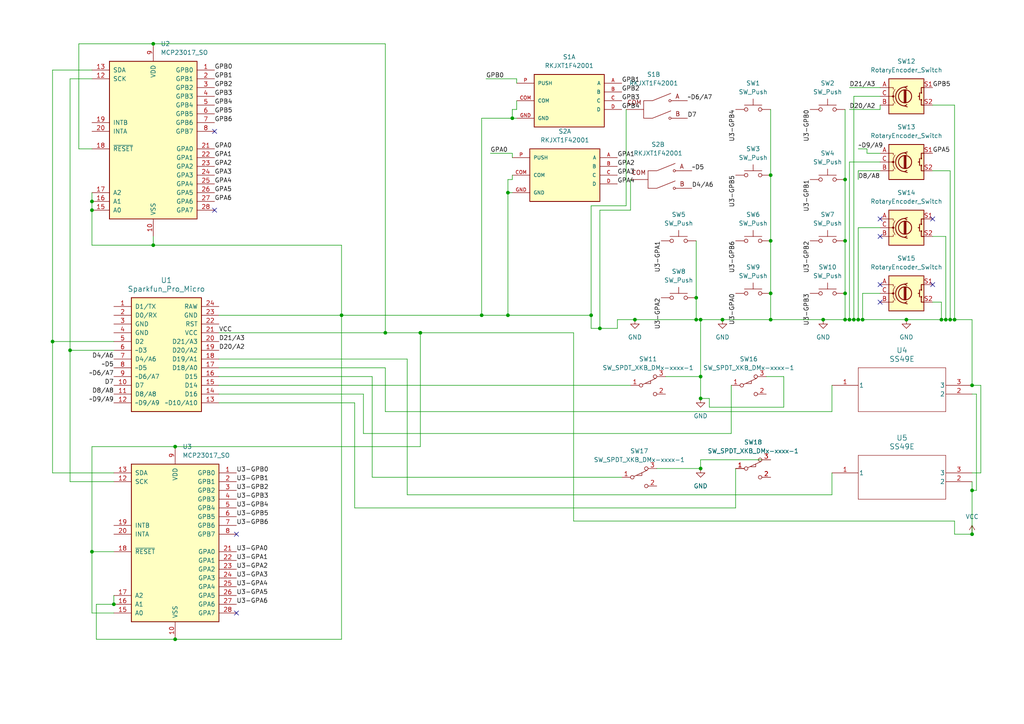
<source format=kicad_sch>
(kicad_sch (version 20250114) (generator "eeschema") (generator_version "9.0")
  (paper "A4")
  (lib_symbols
    (symbol "Arduino:Sparkfun_Pro_Micro" (pin_names (offset 1.016))
      (property "Reference" "U" (at -8.89 21.59 0))
      (property "Value" "Sparkfun_Pro_Micro" (at 0 19.05 0))
      (symbol "Sparkfun_Pro_Micro_0_1"
        (rectangle (start -10.16 17.78) (end 10.16 -15.24) (stroke (width 0.254)) (fill (type background)))
      )
      (symbol "Sparkfun_Pro_Micro_1_1"
        (pin bidirectional line (at -15.24 15.24 0) (length 5.08) (name "D1/TX") (number "1"))
        (pin bidirectional line (at -15.24 12.7 0) (length 5.08) (name "D0/RX") (number "2"))
        (pin power_in line (at -15.24 10.16 0) (length 5.08) (name "GND") (number "3"))
        (pin power_in line (at -15.24 7.62 0) (length 5.08) (name "GND") (number "4"))
        (pin bidirectional line (at -15.24 5.08 0) (length 5.08) (name "D2") (number "5"))
        (pin bidirectional line (at -15.24 2.54 0) (length 5.08) (name "~D3") (number "6"))
        (pin bidirectional line (at -15.24 0 0) (length 5.08) (name "D4/A6") (number "7"))
        (pin bidirectional line (at -15.24 -2.54 0) (length 5.08) (name "~D5") (number "8"))
        (pin bidirectional line (at -15.24 -5.08 0) (length 5.08) (name "~D6/A7") (number "9"))
        (pin bidirectional line (at -15.24 -7.62 0) (length 5.08) (name "D7") (number "10"))
        (pin bidirectional line (at -15.24 -10.16 0) (length 5.08) (name "D8/A8") (number "11"))
        (pin bidirectional line (at -15.24 -12.7 0) (length 5.08) (name "~D9/A9") (number "12"))
        (pin power_in line (at 15.24 15.24 180) (length 5.08) (name "RAW") (number "24"))
        (pin power_in line (at 15.24 12.7 180) (length 5.08) (name "GND") (number "23"))
        (pin input line (at 15.24 10.16 180) (length 5.08) (name "RST") (number "22"))
        (pin power_in line (at 15.24 7.62 180) (length 5.08) (name "VCC") (number "21"))
        (pin bidirectional line (at 15.24 5.08 180) (length 5.08) (name "D21/A3") (number "20"))
        (pin bidirectional line (at 15.24 2.54 180) (length 5.08) (name "D20/A2") (number "19"))
        (pin bidirectional line (at 15.24 0 180) (length 5.08) (name "D19/A1") (number "18"))
        (pin bidirectional line (at 15.24 -2.54 180) (length 5.08) (name "D18/A0") (number "17"))
        (pin bidirectional line (at 15.24 -5.08 180) (length 5.08) (name "D15") (number "16"))
        (pin bidirectional line (at 15.24 -7.62 180) (length 5.08) (name "D14") (number "15"))
        (pin bidirectional line (at 15.24 -10.16 180) (length 5.08) (name "D16") (number "14"))
        (pin bidirectional line (at 15.24 -12.7 180) (length 5.08) (name "~D10/A10") (number "13"))
      )
    )
    (symbol "Device:RotaryEncoder_Switch" (pin_names (offset 0.254) (hide yes))
      (property "Reference" "SW" (at 0 6.604 0))
      (property "Value" "RotaryEncoder_Switch" (at 0 -6.604 0))
      (symbol "RotaryEncoder_Switch_0_1"
        (rectangle (start -5.08 5.08) (end 5.08 -5.08) (stroke (width 0.254)) (fill (type background)))
        (polyline (pts (xy -5.08 2.54) (xy -3.81 2.54) (xy -3.81 2.032)))
        (polyline (pts (xy -5.08 0) (xy -3.81 0) (xy -3.81 -1.016) (xy -3.302 -2.032)))
        (polyline (pts (xy -5.08 -2.54) (xy -3.81 -2.54) (xy -3.81 -2.032)))
        (polyline (pts (xy -4.318 0) (xy -3.81 0) (xy -3.81 1.016) (xy -3.302 2.032)))
        (circle (center -3.81 0) (radius 0.254) (fill (type outline)))
        (polyline (pts (xy -0.635 -1.778) (xy -0.635 1.778)) (stroke (width 0.254)))
        (circle (center -0.381 0) (radius 1.905) (stroke (width 0.254)))
        (polyline (pts (xy -0.381 -1.778) (xy -0.381 1.778)) (stroke (width 0.254)))
        (arc (start -0.381 -2.794) (mid -3.0988 -0.0635) (end -0.381 2.667) (stroke (width 0.254)))
        (polyline (pts (xy -0.127 1.778) (xy -0.127 -1.778)) (stroke (width 0.254)))
        (polyline (pts (xy 0.254 2.921) (xy -0.508 2.667) (xy 0.127 2.286)) (stroke (width 0.254)))
        (polyline (pts (xy 0.254 -3.048) (xy -0.508 -2.794) (xy 0.127 -2.413)) (stroke (width 0.254)))
        (polyline (pts (xy 3.81 1.016) (xy 3.81 -1.016)) (stroke (width 0.254)))
        (polyline (pts (xy 3.81 0) (xy 3.429 0)) (stroke (width 0.254)))
        (circle (center 4.318 1.016) (radius 0.127) (stroke (width 0.254)))
        (circle (center 4.318 -1.016) (radius 0.127) (stroke (width 0.254)))
        (polyline (pts (xy 5.08 2.54) (xy 4.318 2.54) (xy 4.318 1.016)) (stroke (width 0.254)))
        (polyline (pts (xy 5.08 -2.54) (xy 4.318 -2.54) (xy 4.318 -1.016)) (stroke (width 0.254)))
      )
      (symbol "RotaryEncoder_Switch_1_1"
        (pin passive line (at -7.62 2.54 0) (length 2.54) (name "A") (number "A"))
        (pin passive line (at -7.62 0 0) (length 2.54) (name "C") (number "C"))
        (pin passive line (at -7.62 -2.54 0) (length 2.54) (name "B") (number "B"))
        (pin passive line (at 7.62 2.54 180) (length 2.54) (name "S1") (number "S1"))
        (pin passive line (at 7.62 -2.54 180) (length 2.54) (name "S2") (number "S2"))
      )
    )
    (symbol "Interface_Expansion:MCP23017_SO" (pin_names (offset 1.016))
      (property "Reference" "U" (at -11.43 24.13 0))
      (property "Value" "MCP23017_SO" (at 0 0 0))
      (symbol "MCP23017_SO_0_1"
        (rectangle (start -12.7 22.86) (end 12.7 -22.86) (stroke (width 0.254)) (fill (type background)))
      )
      (symbol "MCP23017_SO_1_1"
        (pin bidirectional line (at -17.78 20.32 0) (length 5.08) (name "SDA") (number "13"))
        (pin input line (at -17.78 17.78 0) (length 5.08) (name "SCK") (number "12"))
        (pin tri_state line (at -17.78 5.08 0) (length 5.08) (name "INTB") (number "19"))
        (pin tri_state line (at -17.78 2.54 0) (length 5.08) (name "INTA") (number "20"))
        (pin input line (at -17.78 -2.54 0) (length 5.08) (name "~{RESET}") (number "18"))
        (pin input line (at -17.78 -15.24 0) (length 5.08) (name "A2") (number "17"))
        (pin input line (at -17.78 -17.78 0) (length 5.08) (name "A1") (number "16"))
        (pin input line (at -17.78 -20.32 0) (length 5.08) (name "A0") (number "15"))
        (pin no_connect line (at -12.7 15.24 0) (length 5.08) (hide yes) (name "NC") (number "11"))
        (pin no_connect line (at -12.7 12.7 0) (length 5.08) (hide yes) (name "NC") (number "14"))
        (pin power_in line (at 0 27.94 270) (length 5.08) (name "VDD") (number "9"))
        (pin power_in line (at 0 -27.94 90) (length 5.08) (name "VSS") (number "10"))
        (pin bidirectional line (at 17.78 20.32 180) (length 5.08) (name "GPB0") (number "1"))
        (pin bidirectional line (at 17.78 17.78 180) (length 5.08) (name "GPB1") (number "2"))
        (pin bidirectional line (at 17.78 15.24 180) (length 5.08) (name "GPB2") (number "3"))
        (pin bidirectional line (at 17.78 12.7 180) (length 5.08) (name "GPB3") (number "4"))
        (pin bidirectional line (at 17.78 10.16 180) (length 5.08) (name "GPB4") (number "5"))
        (pin bidirectional line (at 17.78 7.62 180) (length 5.08) (name "GPB5") (number "6"))
        (pin bidirectional line (at 17.78 5.08 180) (length 5.08) (name "GPB6") (number "7"))
        (pin output line (at 17.78 2.54 180) (length 5.08) (name "GPB7") (number "8"))
        (pin bidirectional line (at 17.78 -2.54 180) (length 5.08) (name "GPA0") (number "21"))
        (pin bidirectional line (at 17.78 -5.08 180) (length 5.08) (name "GPA1") (number "22"))
        (pin bidirectional line (at 17.78 -7.62 180) (length 5.08) (name "GPA2") (number "23"))
        (pin bidirectional line (at 17.78 -10.16 180) (length 5.08) (name "GPA3") (number "24"))
        (pin bidirectional line (at 17.78 -12.7 180) (length 5.08) (name "GPA4") (number "25"))
        (pin bidirectional line (at 17.78 -15.24 180) (length 5.08) (name "GPA5") (number "26"))
        (pin bidirectional line (at 17.78 -17.78 180) (length 5.08) (name "GPA6") (number "27"))
        (pin output line (at 17.78 -20.32 180) (length 5.08) (name "GPA7") (number "28"))
      )
    )
    (symbol "RKJXT1F42001:RKJXT1F42001" (pin_names (offset 1.016))
      (property "Reference" "S" (at -10.16 10.16 0))
      (property "Value" "RKJXT1F42001" (at -10.16 -10.16 0))
      (symbol "RKJXT1F42001_1_0"
        (rectangle (start -10.16 -7.62) (end 10.16 7.62) (stroke (width 0.254)) (fill (type background)))
        (pin passive line (at -15.24 5.08 0) (length 5.08) (name "PUSH") (number "P"))
        (pin passive line (at -15.24 0 0) (length 5.08) (name "COM") (number "COM"))
        (pin passive line (at -15.24 -5.08 0) (length 5.08) (name "GND") (number "GND"))
        (pin passive line (at 15.24 5.08 180) (length 5.08) (name "A") (number "A"))
        (pin passive line (at 15.24 2.54 180) (length 5.08) (name "B") (number "B"))
        (pin passive line (at 15.24 0 180) (length 5.08) (name "C") (number "C"))
        (pin passive line (at 15.24 -2.54 180) (length 5.08) (name "D") (number "D"))
      )
      (symbol "RKJXT1F42001_2_0"
        (polyline (pts (xy -5.08 2.54) (xy -5.08 -2.54)) (stroke (width 0.1524)))
        (polyline (pts (xy -2.54 2.54) (xy -5.08 2.54)) (stroke (width 0.1524)))
        (polyline (pts (xy -2.54 2.54) (xy 2.794 4.6736)) (stroke (width 0.1524)))
        (polyline (pts (xy -2.54 -2.54) (xy -5.08 -2.54)) (stroke (width 0.1524)))
        (polyline (pts (xy -2.54 -2.54) (xy 2.794 -0.4064)) (stroke (width 0.1524)))
        (circle (center 2.54 2.54) (radius 0.3302) (stroke (width 0.1524)))
        (circle (center 2.54 -2.54) (radius 0.3302) (stroke (width 0.1524)))
        (polyline (pts (xy 5.08 2.54) (xy 2.921 2.54)) (stroke (width 0.1524)))
        (polyline (pts (xy 5.08 -2.54) (xy 2.921 -2.54)) (stroke (width 0.1524)))
        (text "COM" (at -9.906 1.27 0) (effects (font (size 1.27 1.27)) (justify left bottom)))
        (text "A" (at 4.064 3.048 0) (effects (font (size 1.27 1.27)) (justify left bottom)))
        (text "B" (at 4.064 -2.032 0) (effects (font (size 1.27 1.27)) (justify left bottom)))
        (pin passive line (at -10.16 0 0) (length 5.08) (name "~") (number "EN_COM"))
        (pin passive line (at 7.62 2.54 180) (length 2.54) (name "~") (number "EN_A"))
        (pin passive line (at 7.62 -2.54 180) (length 2.54) (name "~") (number "EN_B"))
      )
    )
    (symbol "RKJXT1F42001_1" (pin_numbers (hide yes)) (pin_names (offset 1.016) (hide yes))
      (property "Reference" "S" (at -10.16 10.16 0))
      (property "Value" "RKJXT1F42001" (at -10.16 -10.16 0))
      (symbol "RKJXT1F42001_1_1_0"
        (rectangle (start -10.16 -7.62) (end 10.16 7.62) (stroke (width 0.254)) (fill (type background)))
        (pin passive line (at -15.24 5.08 0) (length 5.08) (name "PUSH") (number "P"))
        (pin passive line (at -15.24 0 0) (length 5.08) (name "COM") (number "COM"))
        (pin passive line (at -15.24 -5.08 0) (length 5.08) (name "GND") (number "GND"))
        (pin passive line (at 15.24 5.08 180) (length 5.08) (name "A") (number "A"))
        (pin passive line (at 15.24 2.54 180) (length 5.08) (name "B") (number "B"))
        (pin passive line (at 15.24 0 180) (length 5.08) (name "C") (number "C"))
        (pin passive line (at 15.24 -2.54 180) (length 5.08) (name "D") (number "D"))
      )
      (symbol "RKJXT1F42001_1_2_0"
        (polyline (pts (xy -5.08 2.54) (xy -5.08 -2.54)) (stroke (width 0.1524)))
        (polyline (pts (xy -2.54 2.54) (xy -5.08 2.54)) (stroke (width 0.1524)))
        (polyline (pts (xy -2.54 2.54) (xy 2.794 4.6736)) (stroke (width 0.1524)))
        (polyline (pts (xy -2.54 -2.54) (xy -5.08 -2.54)) (stroke (width 0.1524)))
        (polyline (pts (xy -2.54 -2.54) (xy 2.794 -0.4064)) (stroke (width 0.1524)))
        (circle (center 2.54 2.54) (radius 0.3302) (stroke (width 0.1524)))
        (circle (center 2.54 -2.54) (radius 0.3302) (stroke (width 0.1524)))
        (polyline (pts (xy 5.08 2.54) (xy 2.921 2.54)) (stroke (width 0.1524)))
        (polyline (pts (xy 5.08 -2.54) (xy 2.921 -2.54)) (stroke (width 0.1524)))
        (text "COM" (at -9.906 1.27 0) (effects (font (size 1.27 1.27)) (justify left bottom)))
        (text "A" (at 4.064 3.048 0) (effects (font (size 1.27 1.27)) (justify left bottom)))
        (text "B" (at 4.064 -2.032 0) (effects (font (size 1.27 1.27)) (justify left bottom)))
        (pin passive line (at -10.16 0 0) (length 5.08) (name "~") (number "EN_COM"))
        (pin passive line (at 7.62 2.54 180) (length 2.54) (name "~") (number "EN_A"))
        (pin passive line (at 7.62 -2.54 180) (length 2.54) (name "~") (number "EN_B"))
      )
    )
    (symbol "RKJXT1F42001_2" (pin_numbers (hide yes)) (pin_names (offset 1.016) (hide yes))
      (property "Reference" "S" (at -10.16 10.16 0))
      (property "Value" "RKJXT1F42001" (at -10.16 -10.16 0))
      (symbol "RKJXT1F42001_2_1_0"
        (rectangle (start -10.16 -7.62) (end 10.16 7.62) (stroke (width 0.254)) (fill (type background)))
        (pin passive line (at -15.24 5.08 0) (length 5.08) (name "PUSH") (number "P"))
        (pin passive line (at -15.24 0 0) (length 5.08) (name "COM") (number "COM"))
        (pin passive line (at -15.24 -5.08 0) (length 5.08) (name "GND") (number "GND"))
        (pin passive line (at 15.24 5.08 180) (length 5.08) (name "A") (number "A"))
        (pin passive line (at 15.24 2.54 180) (length 5.08) (name "B") (number "B"))
        (pin passive line (at 15.24 0 180) (length 5.08) (name "C") (number "C"))
        (pin passive line (at 15.24 -2.54 180) (length 5.08) (name "D") (number "D"))
      )
      (symbol "RKJXT1F42001_2_2_0"
        (polyline (pts (xy -5.08 2.54) (xy -5.08 -2.54)) (stroke (width 0.1524)))
        (polyline (pts (xy -2.54 2.54) (xy -5.08 2.54)) (stroke (width 0.1524)))
        (polyline (pts (xy -2.54 2.54) (xy 2.794 4.6736)) (stroke (width 0.1524)))
        (polyline (pts (xy -2.54 -2.54) (xy -5.08 -2.54)) (stroke (width 0.1524)))
        (polyline (pts (xy -2.54 -2.54) (xy 2.794 -0.4064)) (stroke (width 0.1524)))
        (circle (center 2.54 2.54) (radius 0.3302) (stroke (width 0.1524)))
        (circle (center 2.54 -2.54) (radius 0.3302) (stroke (width 0.1524)))
        (polyline (pts (xy 5.08 2.54) (xy 2.921 2.54)) (stroke (width 0.1524)))
        (polyline (pts (xy 5.08 -2.54) (xy 2.921 -2.54)) (stroke (width 0.1524)))
        (text "COM" (at -9.906 1.27 0) (effects (font (size 1.27 1.27)) (justify left bottom)))
        (text "A" (at 4.064 3.048 0) (effects (font (size 1.27 1.27)) (justify left bottom)))
        (text "B" (at 4.064 -2.032 0) (effects (font (size 1.27 1.27)) (justify left bottom)))
        (pin passive line (at -10.16 0 0) (length 5.08) (name "~") (number "EN_COM"))
        (pin passive line (at 7.62 2.54 180) (length 2.54) (name "~") (number "EN_A"))
        (pin passive line (at 7.62 -2.54 180) (length 2.54) (name "~") (number "EN_B"))
      )
    )
    (symbol "Switch:SW_Push" (pin_numbers (hide yes)) (pin_names (offset 1.016) (hide yes))
      (property "Reference" "SW" (at 1.27 2.54 0))
      (property "Value" "SW_Push" (at 0 -1.524 0))
      (symbol "SW_Push_0_1"
        (circle (center -2.032 0) (radius 0.508))
        (polyline (pts (xy 0 1.27) (xy 0 3.048)))
        (circle (center 2.032 0) (radius 0.508))
        (polyline (pts (xy 2.54 1.27) (xy -2.54 1.27)))
        (pin passive line (at -5.08 0 0) (length 2.54) (name "1") (number "1"))
        (pin passive line (at 5.08 0 180) (length 2.54) (name "2") (number "2"))
      )
    )
    (symbol "Switch:SW_SPDT_XKB_DMx-xxxx-1" (pin_names (offset 0) (hide yes))
      (property "Reference" "SW" (at 0 4.318 0))
      (property "Value" "SW_SPDT_XKB_DMx-xxxx-1" (at 0 -5.588 0))
      (symbol "SW_SPDT_XKB_DMx-xxxx-1_1_1"
        (circle (center -2.032 0) (radius 0.508))
        (polyline (pts (xy -1.524 0.254) (xy 2.286 2.032)))
        (polyline (pts (xy -0.762 0.508) (xy 0.762 0.508) (xy 0.762 1.27)))
        (circle (center 2.032 2.54) (radius 0.508))
        (circle (center 2.032 -2.54) (radius 0.508))
        (pin passive line (at -5.08 0 0) (length 2.54) (name "A") (number "1"))
        (pin passive line (at 5.08 2.54 180) (length 2.54) (name "C") (number "3"))
        (pin passive line (at 5.08 -2.54 180) (length 2.54) (name "B") (number "2"))
      )
    )
    (symbol "power:GND" (power) (pin_numbers (hide yes)) (pin_names (offset 0) (hide yes))
      (property "Value" "GND" (at 0 -3.81 0))
      (symbol "GND_0_1"
        (polyline (pts (xy 0 0) (xy 0 -1.27) (xy 1.27 -1.27) (xy 0 -2.54) (xy -1.27 -1.27) (xy 0 -1.27)))
      )
      (symbol "GND_1_1"
        (pin power_in line (at 0 0 270) (length 0) (name "~") (number "1"))
      )
    )
    (symbol "power:VCC" (power) (pin_numbers (hide yes)) (pin_names (offset 0) (hide yes))
      (property "Value" "VCC" (at 0 3.556 0))
      (symbol "VCC_0_1"
        (polyline (pts (xy -0.762 1.27) (xy 0 2.54)))
        (polyline (pts (xy 0 2.54) (xy 0.762 1.27)))
        (polyline (pts (xy 0 0) (xy 0 2.54)))
      )
      (symbol "VCC_1_1"
        (pin power_in line (at 0 0 90) (length 0) (name "~") (number "1"))
      )
    )
    (symbol "ss49e:SS49E" (pin_names (offset 0.254))
      (property "Reference" "U" (at 20.32 10.16 0))
      (property "Value" "SS49E" (at 20.32 7.62 0))
      (symbol "SS49E_0_1"
        (polyline (pts (xy 7.62 5.08) (xy 7.62 -7.62)) (stroke (width 0.127)))
        (polyline (pts (xy 7.62 -7.62) (xy 33.02 -7.62)) (stroke (width 0.127)))
        (polyline (pts (xy 33.02 5.08) (xy 7.62 5.08)) (stroke (width 0.127)))
        (polyline (pts (xy 33.02 -7.62) (xy 33.02 5.08)) (stroke (width 0.127)))
        (pin unspecified line (at 0 0 0) (length 7.62) (name "1") (number "1"))
        (pin unspecified line (at 40.64 0 180) (length 7.62) (name "3") (number "3"))
        (pin unspecified line (at 40.64 -2.54 180) (length 7.62) (name "2") (number "2"))
      )
    )
  )
  (junction (at 26.67 160.02))
  (junction (at 33.02 175.26))
  (junction (at 245.11 52.07))
  (junction (at 223.52 69.85))
  (junction (at 262.89 92.71))
  (junction (at 247.65 92.71))
  (junction (at 50.8 129.54))
  (junction (at 26.67 58.42))
  (junction (at 273.05 92.71))
  (junction (at 275.59 92.71))
  (junction (at 245.11 92.71))
  (junction (at 111.76 96.52))
  (junction (at 201.93 86.36))
  (junction (at 274.32 92.71))
  (junction (at 281.94 111.76))
  (junction (at 223.52 85.09))
  (junction (at 223.52 92.71))
  (junction (at 148.59 34.29))
  (junction (at 20.32 101.6))
  (junction (at 201.93 92.71))
  (junction (at 246.38 92.71))
  (junction (at 26.67 60.96))
  (junction (at 184.15 92.71))
  (junction (at 203.2 92.71))
  (junction (at 245.11 85.09))
  (junction (at 281.94 142.24))
  (junction (at 44.45 12.7))
  (junction (at 121.92 96.52))
  (junction (at 281.94 154.94))
  (junction (at 245.11 69.85))
  (junction (at 173.99 95.25))
  (junction (at 223.52 50.8))
  (junction (at 139.7 91.44))
  (junction (at 203.2 135.89))
  (junction (at 15.24 99.06))
  (junction (at 99.06 91.44))
  (junction (at 50.8 185.42))
  (junction (at 209.55 92.71))
  (junction (at 171.45 91.44))
  (junction (at 203.2 115.57))
  (junction (at 44.45 71.12))
  (junction (at 250.19 92.71))
  (junction (at 147.32 91.44))
  (junction (at 238.76 92.71))
  (junction (at 203.2 109.22))
  (junction (at 147.32 55.88))
  (junction (at 276.86 92.71))
  (junction (at 248.92 92.71))
  (no_connect (at 62.23 38.1))
  (no_connect (at 68.58 154.94))
  (no_connect (at 255.27 82.55))
  (no_connect (at 270.51 63.5))
  (no_connect (at 255.27 68.58))
  (no_connect (at 68.58 177.8))
  (no_connect (at 255.27 63.5))
  (no_connect (at 62.23 60.96))
  (no_connect (at 270.51 82.55))
  (no_connect (at 255.27 87.63))
  (wire (pts (xy 26.67 160.02) (xy 26.67 177.8)))
  (wire (pts (xy 166.37 96.52) (xy 166.37 151.13)))
  (wire (pts (xy 270.51 68.58) (xy 274.32 68.58)))
  (wire (pts (xy 245.11 92.71) (xy 246.38 92.71)))
  (wire (pts (xy 222.25 109.22) (xy 227.33 109.22)))
  (wire (pts (xy 118.11 104.14) (xy 63.5 104.14)))
  (wire (pts (xy 248.92 52.07) (xy 248.92 49.53)))
  (wire (pts (xy 182.88 60.96) (xy 173.99 60.96)))
  (wire (pts (xy 26.67 58.42) (xy 26.67 60.96)))
  (wire (pts (xy 250.19 92.71) (xy 262.89 92.71)))
  (wire (pts (xy 179.07 92.71) (xy 184.15 92.71)))
  (wire (pts (xy 205.74 118.11) (xy 205.74 115.57)))
  (wire (pts (xy 147.32 91.44) (xy 171.45 91.44)))
  (wire (pts (xy 223.52 133.35) (xy 203.2 133.35)))
  (wire (pts (xy 223.52 50.8) (xy 223.52 69.85)))
  (wire (pts (xy 44.45 12.7) (xy 22.86 12.7)))
  (wire (pts (xy 148.59 52.07) (xy 147.32 52.07)))
  (wire (pts (xy 44.45 71.12) (xy 99.06 71.12)))
  (wire (pts (xy 251.46 43.18) (xy 251.46 44.45)))
  (wire (pts (xy 241.3 119.38) (xy 111.76 119.38)))
  (wire (pts (xy 212.09 125.73) (xy 105.41 125.73)))
  (wire (pts (xy 274.32 92.71) (xy 275.59 92.71)))
  (wire (pts (xy 209.55 92.71) (xy 223.52 92.71)))
  (wire (pts (xy 223.52 92.71) (xy 238.76 92.71)))
  (wire (pts (xy 107.95 138.43) (xy 107.95 109.22)))
  (wire (pts (xy 201.93 69.85) (xy 201.93 86.36)))
  (wire (pts (xy 99.06 71.12) (xy 99.06 91.44)))
  (wire (pts (xy 190.5 135.89) (xy 203.2 135.89)))
  (wire (pts (xy 26.67 60.96) (xy 26.67 71.12)))
  (wire (pts (xy 27.94 185.42) (xy 50.8 185.42)))
  (wire (pts (xy 248.92 49.53) (xy 255.27 49.53)))
  (wire (pts (xy 107.95 109.22) (xy 63.5 109.22)))
  (wire (pts (xy 26.67 129.54) (xy 26.67 160.02)))
  (wire (pts (xy 148.59 50.8) (xy 148.59 52.07)))
  (wire (pts (xy 246.38 46.99) (xy 246.38 92.71)))
  (wire (pts (xy 238.76 92.71) (xy 245.11 92.71)))
  (wire (pts (xy 33.02 175.26) (xy 33.02 172.72)))
  (wire (pts (xy 50.8 129.54) (xy 26.67 129.54)))
  (wire (pts (xy 149.86 34.29) (xy 148.59 34.29)))
  (wire (pts (xy 121.92 96.52) (xy 166.37 96.52)))
  (wire (pts (xy 44.45 12.7) (xy 111.76 12.7)))
  (wire (pts (xy 281.94 142.24) (xy 281.94 154.94)))
  (wire (pts (xy 276.86 154.94) (xy 281.94 154.94)))
  (wire (pts (xy 181.61 59.69) (xy 171.45 59.69)))
  (wire (pts (xy 241.3 137.16) (xy 241.3 143.51)))
  (wire (pts (xy 63.5 116.84) (xy 102.87 116.84)))
  (wire (pts (xy 246.38 31.75) (xy 255.27 31.75)))
  (wire (pts (xy 147.32 52.07) (xy 147.32 55.88)))
  (wire (pts (xy 111.76 12.7) (xy 111.76 96.52)))
  (wire (pts (xy 203.2 109.22) (xy 203.2 92.71)))
  (wire (pts (xy 262.89 92.71) (xy 273.05 92.71)))
  (wire (pts (xy 213.36 135.89) (xy 213.36 147.32)))
  (wire (pts (xy 281.94 114.3) (xy 283.21 114.3)))
  (wire (pts (xy 26.67 160.02) (xy 33.02 160.02)))
  (wire (pts (xy 276.86 30.48) (xy 276.86 92.71)))
  (wire (pts (xy 201.93 92.71) (xy 203.2 92.71)))
  (wire (pts (xy 22.86 43.18) (xy 26.67 43.18)))
  (wire (pts (xy 102.87 147.32) (xy 213.36 147.32)))
  (wire (pts (xy 223.52 69.85) (xy 223.52 85.09)))
  (wire (pts (xy 247.65 27.94) (xy 247.65 92.71)))
  (wire (pts (xy 33.02 139.7) (xy 20.32 139.7)))
  (wire (pts (xy 148.59 31.75) (xy 148.59 34.29)))
  (wire (pts (xy 180.34 138.43) (xy 107.95 138.43)))
  (wire (pts (xy 20.32 101.6) (xy 20.32 139.7)))
  (wire (pts (xy 121.92 96.52) (xy 121.92 129.54)))
  (wire (pts (xy 148.59 44.45) (xy 148.59 45.72)))
  (wire (pts (xy 227.33 118.11) (xy 205.74 118.11)))
  (wire (pts (xy 33.02 101.6) (xy 20.32 101.6)))
  (wire (pts (xy 203.2 133.35) (xy 203.2 135.89)))
  (wire (pts (xy 255.27 66.04) (xy 248.92 66.04)))
  (wire (pts (xy 276.86 92.71) (xy 281.94 92.71)))
  (wire (pts (xy 270.51 87.63) (xy 273.05 87.63)))
  (wire (pts (xy 166.37 151.13) (xy 276.86 151.13)))
  (wire (pts (xy 63.5 111.76) (xy 182.88 111.76)))
  (wire (pts (xy 181.61 31.75) (xy 181.61 59.69)))
  (wire (pts (xy 26.67 71.12) (xy 44.45 71.12)))
  (wire (pts (xy 22.86 12.7) (xy 22.86 43.18)))
  (wire (pts (xy 50.8 129.54) (xy 121.92 129.54)))
  (wire (pts (xy 255.27 31.75) (xy 255.27 30.48)))
  (wire (pts (xy 173.99 60.96) (xy 173.99 95.25)))
  (wire (pts (xy 139.7 91.44) (xy 147.32 91.44)))
  (wire (pts (xy 275.59 49.53) (xy 275.59 92.71)))
  (wire (pts (xy 50.8 185.42) (xy 99.06 185.42)))
  (wire (pts (xy 149.86 31.75) (xy 148.59 31.75)))
  (wire (pts (xy 15.24 99.06) (xy 33.02 99.06)))
  (wire (pts (xy 274.32 68.58) (xy 274.32 92.71)))
  (wire (pts (xy 273.05 92.71) (xy 274.32 92.71)))
  (wire (pts (xy 203.2 92.71) (xy 209.55 92.71)))
  (wire (pts (xy 147.32 55.88) (xy 147.32 91.44)))
  (wire (pts (xy 227.33 109.22) (xy 227.33 118.11)))
  (wire (pts (xy 118.11 143.51) (xy 118.11 104.14)))
  (wire (pts (xy 246.38 25.4) (xy 255.27 25.4)))
  (wire (pts (xy 15.24 20.32) (xy 15.24 99.06)))
  (wire (pts (xy 283.21 142.24) (xy 281.94 142.24)))
  (wire (pts (xy 44.45 71.12) (xy 44.45 68.58)))
  (wire (pts (xy 27.94 175.26) (xy 33.02 175.26)))
  (wire (pts (xy 223.52 85.09) (xy 223.52 92.71)))
  (wire (pts (xy 148.59 55.88) (xy 147.32 55.88)))
  (wire (pts (xy 270.51 49.53) (xy 275.59 49.53)))
  (wire (pts (xy 182.88 52.07) (xy 182.88 60.96)))
  (wire (pts (xy 245.11 69.85) (xy 245.11 85.09)))
  (wire (pts (xy 223.52 31.75) (xy 223.52 50.8)))
  (wire (pts (xy 245.11 52.07) (xy 245.11 69.85)))
  (wire (pts (xy 248.92 43.18) (xy 251.46 43.18)))
  (wire (pts (xy 171.45 95.25) (xy 173.99 95.25)))
  (wire (pts (xy 26.67 55.88) (xy 26.67 58.42)))
  (wire (pts (xy 205.74 115.57) (xy 203.2 115.57)))
  (wire (pts (xy 111.76 119.38) (xy 111.76 106.68)))
  (wire (pts (xy 111.76 106.68) (xy 63.5 106.68)))
  (wire (pts (xy 148.59 34.29) (xy 139.7 34.29)))
  (wire (pts (xy 139.7 34.29) (xy 139.7 91.44)))
  (wire (pts (xy 212.09 111.76) (xy 212.09 125.73)))
  (wire (pts (xy 63.5 114.3) (xy 105.41 114.3)))
  (wire (pts (xy 149.86 22.86) (xy 149.86 24.13)))
  (wire (pts (xy 275.59 92.71) (xy 276.86 92.71)))
  (wire (pts (xy 63.5 96.52) (xy 111.76 96.52)))
  (wire (pts (xy 281.94 139.7) (xy 281.94 142.24)))
  (wire (pts (xy 184.15 92.71) (xy 201.93 92.71)))
  (wire (pts (xy 201.93 86.36) (xy 201.93 92.71)))
  (wire (pts (xy 15.24 99.06) (xy 15.24 137.16)))
  (wire (pts (xy 246.38 92.71) (xy 247.65 92.71)))
  (wire (pts (xy 281.94 111.76) (xy 281.94 92.71)))
  (wire (pts (xy 283.21 114.3) (xy 283.21 142.24)))
  (wire (pts (xy 27.94 175.26) (xy 27.94 185.42)))
  (wire (pts (xy 20.32 22.86) (xy 26.67 22.86)))
  (wire (pts (xy 33.02 137.16) (xy 15.24 137.16)))
  (wire (pts (xy 248.92 66.04) (xy 248.92 92.71)))
  (wire (pts (xy 173.99 95.25) (xy 179.07 95.25)))
  (wire (pts (xy 273.05 87.63) (xy 273.05 92.71)))
  (wire (pts (xy 149.86 29.21) (xy 149.86 31.75)))
  (wire (pts (xy 111.76 96.52) (xy 121.92 96.52)))
  (wire (pts (xy 241.3 111.76) (xy 241.3 119.38)))
  (wire (pts (xy 15.24 20.32) (xy 26.67 20.32)))
  (wire (pts (xy 281.94 137.16) (xy 284.48 137.16)))
  (wire (pts (xy 251.46 44.45) (xy 255.27 44.45)))
  (wire (pts (xy 250.19 85.09) (xy 250.19 92.71)))
  (wire (pts (xy 245.11 85.09) (xy 245.11 92.71)))
  (wire (pts (xy 284.48 137.16) (xy 284.48 111.76)))
  (wire (pts (xy 248.92 92.71) (xy 250.19 92.71)))
  (wire (pts (xy 20.32 101.6) (xy 20.32 22.86)))
  (wire (pts (xy 276.86 151.13) (xy 276.86 154.94)))
  (wire (pts (xy 171.45 59.69) (xy 171.45 91.44)))
  (wire (pts (xy 255.27 27.94) (xy 247.65 27.94)))
  (wire (pts (xy 148.59 44.45) (xy 142.24 44.45)))
  (wire (pts (xy 193.04 109.22) (xy 203.2 109.22)))
  (wire (pts (xy 255.27 46.99) (xy 246.38 46.99)))
  (wire (pts (xy 245.11 31.75) (xy 245.11 52.07)))
  (wire (pts (xy 105.41 125.73) (xy 105.41 114.3)))
  (wire (pts (xy 140.97 22.86) (xy 149.86 22.86)))
  (wire (pts (xy 247.65 92.71) (xy 248.92 92.71)))
  (wire (pts (xy 250.19 85.09) (xy 255.27 85.09)))
  (wire (pts (xy 33.02 177.8) (xy 26.67 177.8)))
  (wire (pts (xy 241.3 143.51) (xy 118.11 143.51)))
  (wire (pts (xy 63.5 91.44) (xy 99.06 91.44)))
  (wire (pts (xy 99.06 91.44) (xy 99.06 185.42)))
  (wire (pts (xy 171.45 91.44) (xy 171.45 95.25)))
  (wire (pts (xy 99.06 91.44) (xy 139.7 91.44)))
  (wire (pts (xy 102.87 147.32) (xy 102.87 116.84)))
  (wire (pts (xy 203.2 115.57) (xy 203.2 109.22)))
  (wire (pts (xy 284.48 111.76) (xy 281.94 111.76)))
  (wire (pts (xy 179.07 95.25) (xy 179.07 92.71)))
  (wire (pts (xy 270.51 30.48) (xy 276.86 30.48)))
  (label "GPA3" (at 179.07 50.8 0))
  (label "GPA1" (at 179.07 45.72 0))
  (label "U3-GPB5" (at 68.58 149.86 0))
  (label "D4{slash}A6" (at 200.66 54.61 0))
  (label "GPB2" (at 62.23 25.4 0))
  (label "U3-GPB3" (at 234.95 85.09 270))
  (label "GPB0" (at 62.23 20.32 0))
  (label "U3-GPA3" (at 68.58 167.64 0))
  (label "U3-GPA1" (at 68.58 162.56 0))
  (label "U3-GPA1" (at 191.77 69.85 270))
  (label "GPA5" (at 62.23 55.88 0))
  (label "GPB5" (at 270.51 25.4 0))
  (label "~D6/A7" (at 33.02 109.22 180))
  (label "GPB3" (at 180.34 29.21 0))
  (label "D8{slash}A8" (at 248.92 52.07 0))
  (label "GPB0" (at 140.97 22.86 0))
  (label "GPA6" (at 62.23 58.42 0))
  (label "D4/A6" (at 33.02 104.14 180))
  (label "U3-GPA6" (at 68.58 175.26 0))
  (label "~D9{slash}A9" (at 33.02 116.84 180))
  (label "D20/A2" (at 63.5 101.6 0))
  (label "U3-GPA0" (at 213.36 85.09 270))
  (label "GPA5" (at 270.51 44.45 0))
  (label "~D5" (at 200.66 49.53 0))
  (label "D21{slash}A3" (at 246.38 25.4 0))
  (label "GPB6" (at 62.23 35.56 0))
  (label "U3-GPB4" (at 68.58 147.32 0))
  (label "GPA1" (at 62.23 45.72 0))
  (label "U3-GPB0" (at 68.58 137.16 0))
  (label "U3-GPB2" (at 234.95 69.85 270))
  (label "U3-GPB5" (at 213.36 50.8 270))
  (label "GPA4" (at 62.23 53.34 0))
  (label "GPA3" (at 62.23 50.8 0))
  (label "GPB2" (at 180.34 26.67 0))
  (label "~D6{slash}A7" (at 199.39 29.21 0))
  (label "U3-GPA0" (at 68.58 160.02 0))
  (label "GPB4" (at 62.23 30.48 0))
  (label "D21{slash}A3" (at 63.5 99.06 0))
  (label "D7" (at 33.02 111.76 180))
  (label "GPB3" (at 62.23 27.94 0))
  (label "U3-GPA5" (at 68.58 172.72 0))
  (label "U3-GPB1" (at 234.95 52.07 270))
  (label "D20{slash}A2" (at 246.38 31.75 0))
  (label "U3-GPA4" (at 68.58 170.18 0))
  (label "VCC" (at 63.5 96.52 0))
  (label "GPA0" (at 142.24 44.45 0))
  (label "GPB1" (at 180.34 24.13 0))
  (label "U3-GPB6" (at 68.58 152.4 0))
  (label "GPB4" (at 180.34 31.75 0))
  (label "U3-GPB1" (at 68.58 139.7 0))
  (label "U3-GPA2" (at 191.77 86.36 270))
  (label "U3-GPB3" (at 68.58 144.78 0))
  (label "~D9{slash}A9" (at 248.92 43.18 0))
  (label "D7" (at 199.39 34.29 0))
  (label "U3-GPB6" (at 213.36 69.85 270))
  (label "U3-GPB4" (at 213.36 31.75 270))
  (label "D8/A8" (at 33.02 114.3 180))
  (label "~D5" (at 33.02 106.68 180))
  (label "GPB5" (at 62.23 33.02 0))
  (label "GPA2" (at 179.07 48.26 0))
  (label "GPA4" (at 179.07 53.34 0))
  (label "GPB1" (at 62.23 22.86 0))
  (label "U3-GPA2" (at 68.58 165.1 0))
  (label "GPA0" (at 62.23 43.18 0))
  (label "U3-GPB2" (at 68.58 142.24 0))
  (label "GPA2" (at 62.23 48.26 0))
  (label "U3-GPB0" (at 234.95 31.75 270))
  (symbol (lib_id "ss49e:SS49E") (at 241.3 137.16 0) (unit 1)
    (property "Reference" "U5" (at 261.62 127 0) (effects (font (size 1.524 1.524))))
    (property "Value" "SS49E" (at 261.62 129.54 0) (effects (font (size 1.524 1.524))))
    (property "Footprint" "SEN3_SS49E_HNW" (effects (hide yes)))
    (property "Datasheet" "SS49E" (effects (hide yes)))
  )
  (symbol (lib_id "Device:RotaryEncoder_Switch") (at 262.89 85.09 0) (unit 1)
    (property "Reference" "SW15" (at 262.89 74.93 0))
    (property "Value" "RotaryEncoder_Switch" (at 262.89 77.47 0))
    (property "Description" "Rotary encoder, dual channel, incremental quadrate outputs, with switch" (effects (hide yes)))
  )
  (symbol (lib_id "Switch:SW_Push") (at 218.44 85.09 0) (unit 1)
    (property "Reference" "SW9" (at 218.44 77.47 0))
    (property "Value" "SW_Push" (at 218.44 80.01 0))
    (property "Description" "Push button switch, generic, two pins" (effects (hide yes)))
  )
  (symbol (lib_id "Switch:SW_SPDT_XKB_DMx-xxxx-1") (at 185.42 138.43 0) (unit 1)
    (property "Reference" "SW17" (at 185.42 130.81 0))
    (property "Value" "SW_SPDT_XKB_DMx-xxxx-1" (at 185.42 133.35 0))
    (property "Description" "Position switch" (effects (hide yes)))
  )
  (symbol (lib_id "power:VCC") (at 281.94 154.94 0) (unit 1)
    (property "Reference" "#PWR06" (effects (hide yes)))
    (property "Value" "VCC" (at 281.94 149.86 0))
    (property "Description" "Power symbol creates a global label with name \"VCC\"" (effects (hide yes)))
  )
  (symbol (lib_id "Switch:SW_Push") (at 196.85 86.36 0) (unit 1)
    (property "Reference" "SW8" (at 196.85 78.74 0))
    (property "Value" "SW_Push" (at 196.85 81.28 0))
    (property "Description" "Push button switch, generic, two pins" (effects (hide yes)))
  )
  (symbol (lib_name "RKJXT1F42001_1") (lib_id "RKJXT1F42001:RKJXT1F42001") (at 191.77 31.75 0) (unit 2)
    (property "Reference" "S1" (at 189.5952 21.59 0))
    (property "Value" "RKJXT1F42001" (at 189.5952 24.13 0))
    (property "Footprint" "RKJXT1F42001:XDCR_RKJXT1F42001" (effects (hide yes)))
    (property "MF" "ALPS" (effects (hide yes)))
    (property "MAXIMUM_PACKAGE_HEIGHT" "17.40mm" (effects (hide yes)))
    (property "Package" "None" (effects (hide yes)))
    (property "Price" "None" (effects (hide yes)))
    (property "Check_prices" "https://www.snapeda.com/parts/RKJXT1F42001/ALPS/view-part/?ref=eda" (effects (hide yes)))
    (property "STANDARD" "Manufacturer Recommendations" (effects (hide yes)))
    (property "PARTREV" "-" (effects (hide yes)))
    (property "SnapEDA_Link" "https://www.snapeda.com/parts/RKJXT1F42001/ALPS/view-part/?ref=snap" (effects (hide yes)))
    (property "MP" "RKJXT1F42001" (effects (hide yes)))
    (property "Description_1" "Electromechanical Switch 4-Directional Stick Switch 0.01A Bulk" (effects (hide yes)))
    (property "Availability" "In Stock" (effects (hide yes)))
    (property "MANUFACTURER" "ALPS" (effects (hide yes)))
  )
  (symbol (lib_id "power:GND") (at 238.76 92.71 0) (unit 1)
    (property "Reference" "#PWR03" (effects (hide yes)))
    (property "Value" "GND" (at 238.76 97.79 0))
    (property "Description" "Power symbol creates a global label with name \"GND\" , ground" (effects (hide yes)))
  )
  (symbol (lib_id "Switch:SW_SPDT_XKB_DMx-xxxx-1") (at 187.96 111.76 0) (unit 1)
    (property "Reference" "SW11" (at 187.96 104.14 0))
    (property "Value" "SW_SPDT_XKB_DMx-xxxx-1" (at 187.96 106.68 0))
    (property "Description" "Position switch" (effects (hide yes)))
  )
  (symbol (lib_id "Interface_Expansion:MCP23017_SO") (at 50.8 157.48 0) (unit 1)
    (property "Reference" "U3" (at 52.9433 129.54 0) (effects (justify left)))
    (property "Value" "MCP23017_SO" (at 52.9433 132.08 0) (effects (justify left)))
    (property "Footprint" "Package_SO:SOIC-28W_7.5x17.9mm_P1.27mm" (effects (hide yes)))
    (property "Datasheet" "https://ww1.microchip.com/downloads/aemDocuments/documents/APID/ProductDocuments/DataSheets/MCP23017-Data-Sheet-DS20001952.pdf" (effects (hide yes)))
    (property "Description" "16-bit I/O expander, I2C, interrupts, w pull-ups, GPA/B7 output only (https://microchip.my.site.com/s/article/GPA7---GPB7-Cannot-Be-Used-as-Inputs-In-MCP23017),  SOIC-28" (effects (hide yes)))
  )
  (symbol (lib_id "Device:RotaryEncoder_Switch") (at 262.89 46.99 0) (unit 1)
    (property "Reference" "SW13" (at 262.89 36.83 0))
    (property "Value" "RotaryEncoder_Switch" (at 262.89 39.37 0))
    (property "Description" "Rotary encoder, dual channel, incremental quadrate outputs, with switch" (effects (hide yes)))
  )
  (symbol (lib_id "Interface_Expansion:MCP23017_SO") (at 44.45 40.64 0) (unit 1)
    (property "Reference" "U2" (at 46.5933 12.7 0) (effects (justify left)))
    (property "Value" "MCP23017_SO" (at 46.5933 15.24 0) (effects (justify left)))
    (property "Footprint" "Package_SO:SOIC-28W_7.5x17.9mm_P1.27mm" (effects (hide yes)))
    (property "Datasheet" "https://ww1.microchip.com/downloads/aemDocuments/documents/APID/ProductDocuments/DataSheets/MCP23017-Data-Sheet-DS20001952.pdf" (effects (hide yes)))
    (property "Description" "16-bit I/O expander, I2C, interrupts, w pull-ups, GPA/B7 output only (https://microchip.my.site.com/s/article/GPA7---GPB7-Cannot-Be-Used-as-Inputs-In-MCP23017),  SOIC-28" (effects (hide yes)))
  )
  (symbol (lib_id "Device:RotaryEncoder_Switch") (at 262.89 27.94 0) (unit 1)
    (property "Reference" "SW12" (at 262.89 17.78 0))
    (property "Value" "RotaryEncoder_Switch" (at 262.89 20.32 0))
    (property "Description" "Rotary encoder, dual channel, incremental quadrate outputs, with switch" (effects (hide yes)))
  )
  (symbol (lib_id "Switch:SW_Push") (at 240.03 52.07 0) (unit 1)
    (property "Reference" "SW4" (at 240.03 44.45 0))
    (property "Value" "SW_Push" (at 240.03 46.99 0))
    (property "Description" "Push button switch, generic, two pins" (effects (hide yes)))
  )
  (symbol (lib_id "Arduino:Sparkfun_Pro_Micro") (at 48.26 104.14 0) (unit 1)
    (property "Reference" "U1" (at 48.26 81.28 0) (effects (font (size 1.524 1.524))))
    (property "Value" "Sparkfun_Pro_Micro" (at 48.26 83.82 0) (effects (font (size 1.524 1.524))))
    (property "Footprint" "Arduino:Sparkfun_Pro_Micro" (effects (hide yes)))
    (property "Datasheet" "https://www.sparkfun.com/products/12640" (effects (hide yes)))
    (property "Description" "Sparkfun Pro Micro" (effects (hide yes)))
  )
  (symbol (lib_id "power:GND") (at 209.55 92.71 0) (unit 1)
    (property "Reference" "#PWR01" (effects (hide yes)))
    (property "Value" "GND" (at 209.55 97.79 0))
    (property "Description" "Power symbol creates a global label with name \"GND\" , ground" (effects (hide yes)))
  )
  (symbol (lib_id "ss49e:SS49E") (at 241.3 111.76 0) (unit 1)
    (property "Reference" "U4" (at 261.62 101.6 0) (effects (font (size 1.524 1.524))))
    (property "Value" "SS49E" (at 261.62 104.14 0) (effects (font (size 1.524 1.524))))
    (property "Footprint" "SEN3_SS49E_HNW" (effects (hide yes)))
    (property "Datasheet" "SS49E" (effects (hide yes)))
  )
  (symbol (lib_id "Switch:SW_Push") (at 218.44 31.75 0) (unit 1)
    (property "Reference" "SW1" (at 218.44 24.13 0))
    (property "Value" "SW_Push" (at 218.44 26.67 0))
    (property "Description" "Push button switch, generic, two pins" (effects (hide yes)))
  )
  (symbol (lib_id "power:GND") (at 203.2 135.89 0) (unit 1)
    (property "Reference" "#PWR07" (effects (hide yes)))
    (property "Value" "GND" (at 203.2 140.97 0))
    (property "Description" "Power symbol creates a global label with name \"GND\" , ground" (effects (hide yes)))
  )
  (symbol (lib_id "Switch:SW_Push") (at 196.85 69.85 0) (unit 1)
    (property "Reference" "SW5" (at 196.85 62.23 0))
    (property "Value" "SW_Push" (at 196.85 64.77 0))
    (property "Description" "Push button switch, generic, two pins" (effects (hide yes)))
  )
  (symbol (lib_id "Device:RotaryEncoder_Switch") (at 262.89 66.04 0) (unit 1)
    (property "Reference" "SW14" (at 262.89 55.88 0))
    (property "Value" "RotaryEncoder_Switch" (at 262.89 58.42 0))
    (property "Description" "Rotary encoder, dual channel, incremental quadrate outputs, with switch" (effects (hide yes)))
  )
  (symbol (lib_id "Switch:SW_Push") (at 240.03 31.75 0) (unit 1)
    (property "Reference" "SW2" (at 240.03 24.13 0))
    (property "Value" "SW_Push" (at 240.03 26.67 0))
    (property "Description" "Push button switch, generic, two pins" (effects (hide yes)))
  )
  (symbol (lib_id "Switch:SW_Push") (at 218.44 50.8 0) (unit 1)
    (property "Reference" "SW3" (at 218.44 43.18 0))
    (property "Value" "SW_Push" (at 218.44 45.72 0))
    (property "Description" "Push button switch, generic, two pins" (effects (hide yes)))
  )
  (symbol (lib_id "power:GND") (at 184.15 92.71 0) (unit 1)
    (property "Reference" "#PWR02" (effects (hide yes)))
    (property "Value" "GND" (at 184.15 97.79 0))
    (property "Description" "Power symbol creates a global label with name \"GND\" , ground" (effects (hide yes)))
  )
  (symbol (lib_id "power:GND") (at 203.2 115.57 0) (unit 1)
    (property "Reference" "#PWR05" (effects (hide yes)))
    (property "Value" "GND" (at 203.2 120.65 0))
    (property "Description" "Power symbol creates a global label with name \"GND\" , ground" (effects (hide yes)))
  )
  (symbol (lib_name "RKJXT1F42001_2") (lib_id "RKJXT1F42001:RKJXT1F42001") (at 193.04 52.07 0) (unit 2)
    (property "Reference" "S2" (at 190.8652 41.91 0))
    (property "Value" "RKJXT1F42001" (at 190.8652 44.45 0))
    (property "Footprint" "RKJXT1F42001:XDCR_RKJXT1F42001" (effects (hide yes)))
    (property "MF" "ALPS" (effects (hide yes)))
    (property "MAXIMUM_PACKAGE_HEIGHT" "17.40mm" (effects (hide yes)))
    (property "Package" "None" (effects (hide yes)))
    (property "Price" "None" (effects (hide yes)))
    (property "Check_prices" "https://www.snapeda.com/parts/RKJXT1F42001/ALPS/view-part/?ref=eda" (effects (hide yes)))
    (property "STANDARD" "Manufacturer Recommendations" (effects (hide yes)))
    (property "PARTREV" "-" (effects (hide yes)))
    (property "SnapEDA_Link" "https://www.snapeda.com/parts/RKJXT1F42001/ALPS/view-part/?ref=snap" (effects (hide yes)))
    (property "MP" "RKJXT1F42001" (effects (hide yes)))
    (property "Description_1" "Electromechanical Switch 4-Directional Stick Switch 0.01A Bulk" (effects (hide yes)))
    (property "Availability" "In Stock" (effects (hide yes)))
    (property "MANUFACTURER" "ALPS" (effects (hide yes)))
  )
  (symbol (lib_id "Switch:SW_Push") (at 240.03 69.85 0) (unit 1)
    (property "Reference" "SW7" (at 240.03 62.23 0))
    (property "Value" "SW_Push" (at 240.03 64.77 0))
    (property "Description" "Push button switch, generic, two pins" (effects (hide yes)))
  )
  (symbol (lib_id "power:GND") (at 262.89 92.71 0) (unit 1)
    (property "Reference" "#PWR04" (effects (hide yes)))
    (property "Value" "GND" (at 262.89 97.79 0))
    (property "Description" "Power symbol creates a global label with name \"GND\" , ground" (effects (hide yes)))
  )
  (symbol (lib_id "Switch:SW_SPDT_XKB_DMx-xxxx-1") (at 218.44 135.89 0) (unit 1)
    (property "Reference" "SW18" (at 218.44 128.27 0))
    (property "Value" "SW_SPDT_XKB_DMx-xxxx-1" (at 218.44 130.81 0))
    (property "Description" "Position switch" (effects (hide yes)))
  )
  (symbol (lib_id "Switch:SW_SPDT_XKB_DMx-xxxx-1") (at 217.17 111.76 0) (unit 1)
    (property "Reference" "SW16" (at 217.17 104.14 0))
    (property "Value" "SW_SPDT_XKB_DMx-xxxx-1" (at 217.17 106.68 0))
    (property "Description" "Position switch" (effects (hide yes)))
  )
  (symbol (lib_id "Switch:SW_Push") (at 218.44 69.85 0) (unit 1)
    (property "Reference" "SW6" (at 218.44 62.23 0))
    (property "Value" "SW_Push" (at 218.44 64.77 0))
    (property "Description" "Push button switch, generic, two pins" (effects (hide yes)))
  )
  (symbol (lib_id "RKJXT1F42001:RKJXT1F42001") (at 163.83 50.8 0) (unit 1)
    (property "Reference" "S2" (at 163.83 38.1 0))
    (property "Value" "RKJXT1F42001" (at 163.83 40.64 0))
    (property "Footprint" "RKJXT1F42001:XDCR_RKJXT1F42001" (effects (hide yes)))
    (property "MF" "ALPS" (effects (hide yes)))
    (property "MAXIMUM_PACKAGE_HEIGHT" "17.40mm" (effects (hide yes)))
    (property "Package" "None" (effects (hide yes)))
    (property "Price" "None" (effects (hide yes)))
    (property "Check_prices" "https://www.snapeda.com/parts/RKJXT1F42001/ALPS/view-part/?ref=eda" (effects (hide yes)))
    (property "STANDARD" "Manufacturer Recommendations" (effects (hide yes)))
    (property "PARTREV" "-" (effects (hide yes)))
    (property "SnapEDA_Link" "https://www.snapeda.com/parts/RKJXT1F42001/ALPS/view-part/?ref=snap" (effects (hide yes)))
    (property "MP" "RKJXT1F42001" (effects (hide yes)))
    (property "Description_1" "Electromechanical Switch 4-Directional Stick Switch 0.01A Bulk" (effects (hide yes)))
    (property "Availability" "In Stock" (effects (hide yes)))
    (property "MANUFACTURER" "ALPS" (effects (hide yes)))
  )
  (symbol (lib_id "Switch:SW_Push") (at 240.03 85.09 0) (unit 1)
    (property "Reference" "SW10" (at 240.03 77.47 0))
    (property "Value" "SW_Push" (at 240.03 80.01 0))
    (property "Description" "Push button switch, generic, two pins" (effects (hide yes)))
  )
  (symbol (lib_id "RKJXT1F42001:RKJXT1F42001") (at 165.1 29.21 0) (unit 1)
    (property "Reference" "S1" (at 165.1 16.51 0))
    (property "Value" "RKJXT1F42001" (at 165.1 19.05 0))
    (property "Footprint" "RKJXT1F42001:XDCR_RKJXT1F42001" (effects (hide yes)))
    (property "MF" "ALPS" (effects (hide yes)))
    (property "MAXIMUM_PACKAGE_HEIGHT" "17.40mm" (effects (hide yes)))
    (property "Package" "None" (effects (hide yes)))
    (property "Price" "None" (effects (hide yes)))
    (property "Check_prices" "https://www.snapeda.com/parts/RKJXT1F42001/ALPS/view-part/?ref=eda" (effects (hide yes)))
    (property "STANDARD" "Manufacturer Recommendations" (effects (hide yes)))
    (property "PARTREV" "-" (effects (hide yes)))
    (property "SnapEDA_Link" "https://www.snapeda.com/parts/RKJXT1F42001/ALPS/view-part/?ref=snap" (effects (hide yes)))
    (property "MP" "RKJXT1F42001" (effects (hide yes)))
    (property "Description_1" "Electromechanical Switch 4-Directional Stick Switch 0.01A Bulk" (effects (hide yes)))
    (property "Availability" "In Stock" (effects (hide yes)))
    (property "MANUFACTURER" "ALPS" (effects (hide yes)))
  )
)
</source>
